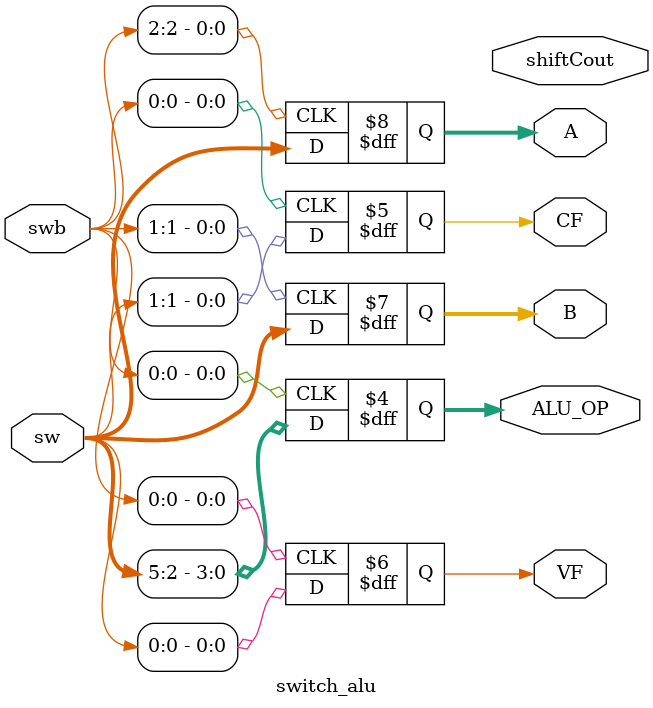
<source format=v>
`timescale 1ns / 1ps


module switch_alu(input [31:0]sw,
                  input [2:0]swb,
                  output reg[31:0]A,
                  output reg[31:0]B,
                  output reg[3:0] ALU_OP,
                  output reg CF,
                  output reg VF,
                  output reg shiftCout);

always @(posedge swb[2]) begin
    A <= sw;
end
always @(posedge swb[1]) begin
    B <= sw;
end
always @(posedge swb[0]) begin
    ALU_OP <= sw[5:2];
    CF     <= sw[1];
    VF     <= sw[0];
end
endmodule

</source>
